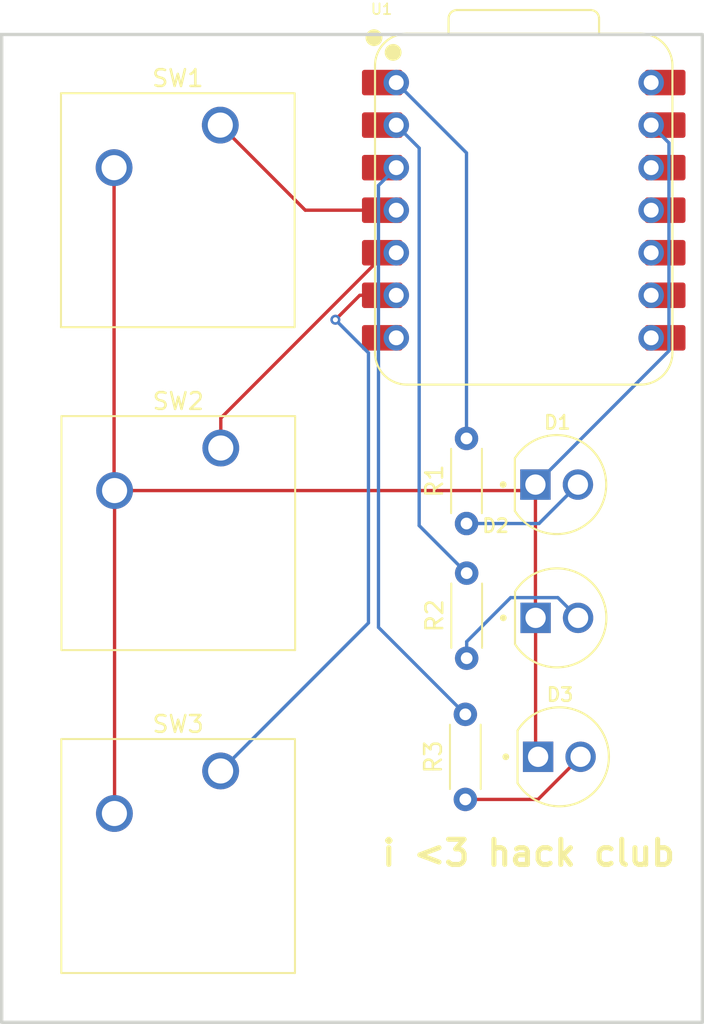
<source format=kicad_pcb>
(kicad_pcb (version 20241229) (generator "pcbnew") (generator_version "9.0")
  (layers (0 "F.Cu" signal) (2 "B.Cu" signal) (13 "F.Paste" user) (15 "B.Paste" user) (5 "F.SilkS" user "F.Silkscreen") (7 "B.SilkS" user "B.Silkscreen") (1 "F.Mask" user) (3 "B.Mask" user) (25 "Edge.Cuts" user))
  (net 0 "")
  (net 1 "Net-(D1-PadA)")
  (net 2 "GND")
  (net 3 "Net-(D2-PadA)")
  (net 4 "Net-(D3-PadA)")
  (net 5 "LED1")
  (net 6 "LED2")
  (net 7 "LED3")
  (net 8 "SW1")
  (net 9 "SW2")
  (net 10 "SW3")
  (footprint "L08R5000Q1:LEDRD254W57D500H1070" (layer "F.Cu") (at 117.53 142.822894)
    (property "Reference" "D1" (at 0.04 -3.708 0) (layer "F.SilkS") (effects (font (size 0.8 0.8))))
    (property "Value" "L08R5000Q1" (hide yes))
    (fp_line (start -2.5 -1.566) (end -2.5 1.566) (stroke (width 0.127)) (layer "F.SilkS"))
    (fp_arc (start -2.5 -1.566) (mid 2.961291 0) (end -2.5 1.566) (stroke (width 0.127)) (layer "F.SilkS"))
    (fp_circle (center -3.2 0) (end -3.1 0) (stroke (width 0.2)) (fill no) (layer "F.SilkS"))
    (pad "A" thru_hole circle (at 1.27 0) (size 1.815 1.815) (drill 1.21) (layers "*.Cu" "*.Mask") (net 1 "Net-(D1-PadA)"))
    (pad "C" thru_hole rect (at -1.27 0) (size 1.815 1.815) (drill 1.21) (layers "*.Cu" "*.Mask") (net 2 "GND"))
  )
  (footprint "L08R5000Q1:LEDRD254W57D500H1070" (layer "F.Cu") (at 117.54 150.78)
    (property "Reference" "D2" (at -3.66 -5.5 0) (layer "F.SilkS") (effects (font (size 0.8 0.8))))
    (property "Value" "L08R5000Q1" (hide yes))
    (fp_line (start -2.5 -1.566) (end -2.5 1.566) (stroke (width 0.127)) (layer "F.SilkS"))
    (fp_arc (start -2.5 -1.566) (mid 2.961291 0) (end -2.5 1.566) (stroke (width 0.127)) (layer "F.SilkS"))
    (fp_circle (center -3.2 0) (end -3.1 0) (stroke (width 0.2)) (fill no) (layer "F.SilkS"))
    (pad "A" thru_hole circle (at 1.27 0) (size 1.815 1.815) (drill 1.21) (layers "*.Cu" "*.Mask") (net 3 "Net-(D2-PadA)"))
    (pad "C" thru_hole rect (at -1.27 0) (size 1.815 1.815) (drill 1.21) (layers "*.Cu" "*.Mask") (net 2 "GND"))
  )
  (footprint "Button_Switch_Keyboard:SW_Cherry_MX_1.00u_PCB" (layer "F.Cu") (at 97.44 159.92)
    (property "Reference" "SW3" (at -2.54 -2.794 0) (layer "F.SilkS"))
    (property "Value" "SW_Push")
    (fp_line (start -9.525 -1.905) (end 4.445 -1.905) (stroke (width 0.12)) (layer "F.SilkS"))
    (fp_line (start -9.525 12.065) (end -9.525 -1.905) (stroke (width 0.12)) (layer "F.SilkS"))
    (fp_line (start 4.445 -1.905) (end 4.445 12.065) (stroke (width 0.12)) (layer "F.SilkS"))
    (fp_line (start 4.445 12.065) (end -9.525 12.065) (stroke (width 0.12)) (layer "F.SilkS"))
    (pad "" np_thru_hole circle (at -7.62 5.08) (size 1.7 1.7) (drill 1.7) (layers "*.Cu" "*.Mask"))
    (pad "" np_thru_hole circle (at -2.54 5.08) (size 4 4) (drill 4) (layers "*.Cu" "*.Mask"))
    (pad "" np_thru_hole circle (at 2.54 5.08) (size 1.7 1.7) (drill 1.7) (layers "*.Cu" "*.Mask"))
    (pad "1" thru_hole circle (at 0 0) (size 2.2 2.2) (drill 1.5) (layers "*.Cu" "*.Mask") (net 10 "SW3"))
    (pad "2" thru_hole circle (at -6.35 2.54) (size 2.2 2.2) (drill 1.5) (layers "*.Cu" "*.Mask") (net 2 "GND"))
  )
  (footprint "Resistor_THT:R_Axial_DIN0204_L3.6mm_D1.6mm_P5.08mm_Horizontal" (layer "F.Cu") (at 112.07 161.62 90)
    (property "Reference" "R3" (at 2.54 -1.92 90) (layer "F.SilkS"))
    (property "Value" "R")
    (fp_line (start 0.62 -0.92) (end 4.46 -0.92) (stroke (width 0.12)) (layer "F.SilkS"))
    (fp_line (start 0.62 0.92) (end 4.46 0.92) (stroke (width 0.12)) (layer "F.SilkS"))
    (pad "1" thru_hole circle (at 0 0 90) (size 1.4 1.4) (drill 0.7) (layers "*.Cu" "*.Mask") (net 4 "Net-(D3-PadA)"))
    (pad "2" thru_hole circle (at 5.08 0 90) (size 1.4 1.4) (drill 0.7) (layers "*.Cu" "*.Mask") (net 7 "LED3"))
  )
  (footprint "Resistor_THT:R_Axial_DIN0204_L3.6mm_D1.6mm_P5.08mm_Horizontal" (layer "F.Cu") (at 112.15 153.19 90)
    (property "Reference" "R2" (at 2.54 -1.92 90) (layer "F.SilkS"))
    (property "Value" "R")
    (fp_line (start 0.62 -0.92) (end 4.46 -0.92) (stroke (width 0.12)) (layer "F.SilkS"))
    (fp_line (start 0.62 0.92) (end 4.46 0.92) (stroke (width 0.12)) (layer "F.SilkS"))
    (pad "1" thru_hole circle (at 0 0 90) (size 1.4 1.4) (drill 0.7) (layers "*.Cu" "*.Mask") (net 3 "Net-(D2-PadA)"))
    (pad "2" thru_hole circle (at 5.08 0 90) (size 1.4 1.4) (drill 0.7) (layers "*.Cu" "*.Mask") (net 6 "LED2"))
  )
  (footprint "L08R5000Q1:LEDRD254W57D500H1070" (layer "F.Cu") (at 117.69 159.075106)
    (property "Reference" "D3" (at 0.04 -3.708 0) (layer "F.SilkS") (effects (font (size 0.8 0.8))))
    (property "Value" "L08R5000Q1" (hide yes))
    (fp_line (start -2.5 -1.566) (end -2.5 1.566) (stroke (width 0.127)) (layer "F.SilkS"))
    (fp_arc (start -2.5 -1.566) (mid 2.961291 0) (end -2.5 1.566) (stroke (width 0.127)) (layer "F.SilkS"))
    (fp_circle (center -3.2 0) (end -3.1 0) (stroke (width 0.2)) (fill no) (layer "F.SilkS"))
    (pad "A" thru_hole circle (at 1.27 0) (size 1.815 1.815) (drill 1.21) (layers "*.Cu" "*.Mask") (net 4 "Net-(D3-PadA)"))
    (pad "C" thru_hole rect (at -1.27 0) (size 1.815 1.815) (drill 1.21) (layers "*.Cu" "*.Mask") (net 2 "GND"))
  )
  (footprint "Button_Switch_Keyboard:SW_Cherry_MX_1.00u_PCB" (layer "F.Cu") (at 97.42 121.36)
    (property "Reference" "SW1" (at -2.54 -2.794 0) (layer "F.SilkS"))
    (property "Value" "SW_Push")
    (fp_line (start -9.525 -1.905) (end 4.445 -1.905) (stroke (width 0.12)) (layer "F.SilkS"))
    (fp_line (start -9.525 12.065) (end -9.525 -1.905) (stroke (width 0.12)) (layer "F.SilkS"))
    (fp_line (start 4.445 -1.905) (end 4.445 12.065) (stroke (width 0.12)) (layer "F.SilkS"))
    (fp_line (start 4.445 12.065) (end -9.525 12.065) (stroke (width 0.12)) (layer "F.SilkS"))
    (pad "" np_thru_hole circle (at -7.62 5.08) (size 1.7 1.7) (drill 1.7) (layers "*.Cu" "*.Mask"))
    (pad "" np_thru_hole circle (at -2.54 5.08) (size 4 4) (drill 4) (layers "*.Cu" "*.Mask"))
    (pad "" np_thru_hole circle (at 2.54 5.08) (size 1.7 1.7) (drill 1.7) (layers "*.Cu" "*.Mask"))
    (pad "1" thru_hole circle (at 0 0) (size 2.2 2.2) (drill 1.5) (layers "*.Cu" "*.Mask") (net 8 "SW1"))
    (pad "2" thru_hole circle (at -6.35 2.54) (size 2.2 2.2) (drill 1.5) (layers "*.Cu" "*.Mask") (net 2 "GND"))
  )
  (footprint "Resistor_THT:R_Axial_DIN0204_L3.6mm_D1.6mm_P5.08mm_Horizontal" (layer "F.Cu") (at 112.14 145.148 90)
    (property "Reference" "R1" (at 2.54 -1.92 90) (layer "F.SilkS"))
    (property "Value" "R")
    (fp_line (start 0.62 -0.92) (end 4.46 -0.92) (stroke (width 0.12)) (layer "F.SilkS"))
    (fp_line (start 0.62 0.92) (end 4.46 0.92) (stroke (width 0.12)) (layer "F.SilkS"))
    (pad "1" thru_hole circle (at 0 0 90) (size 1.4 1.4) (drill 0.7) (layers "*.Cu" "*.Mask") (net 1 "Net-(D1-PadA)"))
    (pad "2" thru_hole circle (at 5.08 0 90) (size 1.4 1.4) (drill 0.7) (layers "*.Cu" "*.Mask") (net 5 "LED1"))
  )
  (footprint "OPL:XIAO-RP2040-DIP" (layer "F.Cu") (at 115.56 126.44)
    (property "Reference" "U1" (at -8.5 -12 0) (layer "F.SilkS") (effects (font (size 0.635 0.635) (thickness 0.1016))))
    (property "Value" "XIAO-RP2040-DIP")
    (fp_line (start -8.89 8.509) (end -8.89 -8.636) (stroke (width 0.127)) (layer "F.SilkS"))
    (fp_line (start -6.985 10.414) (end 6.985 10.414) (stroke (width 0.127)) (layer "F.SilkS"))
    (fp_line (start -4.495 -10.541) (end -4.491272 -11.451272) (stroke (width 0.127)) (layer "F.SilkS"))
    (fp_line (start -3.991272 -11.951) (end 4.004 -11.951) (stroke (width 0.127)) (layer "F.SilkS"))
    (fp_line (start 4.504 -11.451) (end 4.504 -10.541) (stroke (width 0.127)) (layer "F.SilkS"))
    (fp_line (start 6.985 -10.541) (end -6.985 -10.541) (stroke (width 0.1)) (layer "F.SilkS"))
    (fp_line (start 6.985 -10.541) (end -6.985 -10.541) (stroke (width 0.127)) (layer "F.SilkS"))
    (fp_line (start 8.89 8.509) (end 8.89 -8.636) (stroke (width 0.127)) (layer "F.SilkS"))
    (fp_arc (start -8.89 -8.636) (mid -8.332038 -9.983038) (end -6.985 -10.541) (stroke (width 0.127)) (layer "F.SilkS"))
    (fp_arc (start -6.985 10.414) (mid -8.332038 9.856038) (end -8.89 8.509) (stroke (width 0.127)) (layer "F.SilkS"))
    (fp_arc (start -4.491272 -11.451272) (mid -4.344728 -11.80464) (end -3.991272 -11.951) (stroke (width 0.127)) (layer "F.SilkS"))
    (fp_arc (start 4.004 -11.951) (mid 4.357553 -11.804553) (end 4.504 -11.451) (stroke (width 0.127)) (layer "F.SilkS"))
    (fp_arc (start 6.985 -10.541) (mid 8.332038 -9.983038) (end 8.89 -8.636) (stroke (width 0.127)) (layer "F.SilkS"))
    (fp_arc (start 8.89 8.509) (mid 8.332038 9.856038) (end 6.985 10.414) (stroke (width 0.127)) (layer "F.SilkS"))
    (fp_circle (center -8.95 -10.3) (end -8.95 -10.554) (stroke (width 0.5)) (fill yes) (layer "F.SilkS"))
    (fp_circle (center -7.807 -9.42) (end -7.807 -9.674) (stroke (width 0.5)) (fill yes) (layer "F.SilkS"))
    (pad "1" smd roundrect (at -8.455 -7.62 180) (size 2.432 1.524) (layers "F.Cu" "F.Mask") (roundrect_rratio 0.1) (net 5 "LED1"))
    (pad "1" thru_hole circle (at -7.62 -7.62 180) (size 1.524 1.524) (drill 0.889) (layers "*.Cu" "*.Mask") (net 5 "LED1"))
    (pad "2" smd roundrect (at -8.455 -5.08 180) (size 2.432 1.524) (layers "F.Cu" "F.Mask") (roundrect_rratio 0.1) (net 6 "LED2"))
    (pad "2" thru_hole circle (at -7.62 -5.08 180) (size 1.524 1.524) (drill 0.889) (layers "*.Cu" "*.Mask") (net 6 "LED2"))
    (pad "3" smd roundrect (at -8.455 -2.54 180) (size 2.432 1.524) (layers "F.Cu" "F.Mask") (roundrect_rratio 0.1) (net 7 "LED3"))
    (pad "3" thru_hole circle (at -7.62 -2.54 180) (size 1.524 1.524) (drill 0.889) (layers "*.Cu" "*.Mask") (net 7 "LED3"))
    (pad "4" smd roundrect (at -8.455 0 180) (size 2.432 1.524) (layers "F.Cu" "F.Mask") (roundrect_rratio 0.1) (net 8 "SW1"))
    (pad "4" thru_hole circle (at -7.62 0 180) (size 1.524 1.524) (drill 0.889) (layers "*.Cu" "*.Mask") (net 8 "SW1"))
    (pad "5" smd roundrect (at -8.455 2.54 180) (size 2.432 1.524) (layers "F.Cu" "F.Mask") (roundrect_rratio 0.1) (net 9 "SW2"))
    (pad "5" thru_hole circle (at -7.62 2.54 180) (size 1.524 1.524) (drill 0.889) (layers "*.Cu" "*.Mask") (net 9 "SW2"))
    (pad "6" smd roundrect (at -8.455 5.08 180) (size 2.432 1.524) (layers "F.Cu" "F.Mask") (roundrect_rratio 0.1) (net 10 "SW3"))
    (pad "6" thru_hole circle (at -7.62 5.08 180) (size 1.524 1.524) (drill 0.889) (layers "*.Cu" "*.Mask") (net 10 "SW3"))
    (pad "7" smd roundrect (at -8.455 7.62 180) (size 2.432 1.524) (layers "F.Cu" "F.Mask") (roundrect_rratio 0.1))
    (pad "7" thru_hole circle (at -7.62 7.62 180) (size 1.524 1.524) (drill 0.889) (layers "*.Cu" "*.Mask"))
    (pad "8" thru_hole circle (at 7.62 7.62) (size 1.524 1.524) (drill 0.889) (layers "*.Cu" "*.Mask"))
    (pad "8" smd roundrect (at 8.455 7.62) (size 2.432 1.524) (layers "F.Cu" "F.Mask") (roundrect_rratio 0.1))
    (pad "9" thru_hole circle (at 7.62 5.08) (size 1.524 1.524) (drill 0.889) (layers "*.Cu" "*.Mask"))
    (pad "9" smd roundrect (at 8.455 5.08) (size 2.432 1.524) (layers "F.Cu" "F.Mask") (roundrect_rratio 0.1))
    (pad "10" thru_hole circle (at 7.62 2.54) (size 1.524 1.524) (drill 0.889) (layers "*.Cu" "*.Mask"))
    (pad "10" smd roundrect (at 8.455 2.54) (size 2.432 1.524) (layers "F.Cu" "F.Mask") (roundrect_rratio 0.1))
    (pad "11" thru_hole circle (at 7.62 0) (size 1.524 1.524) (drill 0.889) (layers "*.Cu" "*.Mask"))
    (pad "11" smd roundrect (at 8.455 0) (size 2.432 1.524) (layers "F.Cu" "F.Mask") (roundrect_rratio 0.1))
    (pad "12" thru_hole circle (at 7.62 -2.54) (size 1.524 1.524) (drill 0.889) (layers "*.Cu" "*.Mask"))
    (pad "12" smd roundrect (at 8.455 -2.54) (size 2.432 1.524) (layers "F.Cu" "F.Mask") (roundrect_rratio 0.1))
    (pad "13" thru_hole circle (at 7.62 -5.08) (size 1.524 1.524) (drill 0.889) (layers "*.Cu" "*.Mask") (net 2 "GND"))
    (pad "13" smd roundrect (at 8.455 -5.08) (size 2.432 1.524) (layers "F.Cu" "F.Mask") (roundrect_rratio 0.1) (net 2 "GND"))
    (pad "14" thru_hole circle (at 7.62 -7.62) (size 1.524 1.524) (drill 0.889) (layers "*.Cu" "*.Mask"))
    (pad "14" smd roundrect (at 8.455 -7.62) (size 2.432 1.524) (layers "F.Cu" "F.Mask") (roundrect_rratio 0.1))
  )
  (footprint "Button_Switch_Keyboard:SW_Cherry_MX_1.00u_PCB" (layer "F.Cu") (at 97.45 140.64)
    (property "Reference" "SW2" (at -2.54 -2.794 0) (layer "F.SilkS"))
    (property "Value" "SW_Push")
    (fp_line (start -9.525 -1.905) (end 4.445 -1.905) (stroke (width 0.12)) (layer "F.SilkS"))
    (fp_line (start -9.525 12.065) (end -9.525 -1.905) (stroke (width 0.12)) (layer "F.SilkS"))
    (fp_line (start 4.445 -1.905) (end 4.445 12.065) (stroke (width 0.12)) (layer "F.SilkS"))
    (fp_line (start 4.445 12.065) (end -9.525 12.065) (stroke (width 0.12)) (layer "F.SilkS"))
    (pad "" np_thru_hole circle (at -7.62 5.08) (size 1.7 1.7) (drill 1.7) (layers "*.Cu" "*.Mask"))
    (pad "" np_thru_hole circle (at -2.54 5.08) (size 4 4) (drill 4) (layers "*.Cu" "*.Mask"))
    (pad "" np_thru_hole circle (at 2.54 5.08) (size 1.7 1.7) (drill 1.7) (layers "*.Cu" "*.Mask"))
    (pad "1" thru_hole circle (at 0 0) (size 2.2 2.2) (drill 1.5) (layers "*.Cu" "*.Mask") (net 9 "SW2"))
    (pad "2" thru_hole circle (at -6.35 2.54) (size 2.2 2.2) (drill 1.5) (layers "*.Cu" "*.Mask") (net 2 "GND"))
  )
  (gr_rect (start 84.35 115.95) (end 126.24 174.93) (stroke (width 0.2)) (fill no) (layer "Edge.Cuts"))
  (gr_text "i <3 hack club" (at 106.94 165.7 0) (layer "F.SilkS") (effects (font (size 1.5 1.5) (thickness 0.3) (bold yes)) (justify left bottom)))
  (segment (start 112.14 145.148) (end 116.474894 145.148) (width 0.2) (layer "B.Cu") (net 1))
  (segment (start 116.474894 145.148) (end 118.8 142.822894) (width 0.2) (layer "B.Cu") (net 1))
  (segment (start 91.1 162.45) (end 91.09 162.46) (width 0.2) (layer "F.Cu") (net 2))
  (segment (start 91.07 123.9) (end 91.07 143.15) (width 0.2) (layer "F.Cu") (net 2))
  (segment (start 91.1 143.18) (end 115.902894 143.18) (width 0.2) (layer "F.Cu") (net 2))
  (segment (start 116.26 142.822894) (end 116.26 150.77) (width 0.2) (layer "F.Cu") (net 2))
  (segment (start 116.27 150.78) (end 116.27 158.925106) (width 0.2) (layer "F.Cu") (net 2))
  (segment (start 91.09 143.19) (end 91.1 143.18) (width 0.2) (layer "F.Cu") (net 2))
  (segment (start 91.1 143.18) (end 91.1 162.45) (width 0.2) (layer "F.Cu") (net 2))
  (segment (start 116.27 158.925106) (end 116.42 159.075106) (width 0.2) (layer "F.Cu") (net 2))
  (segment (start 91.07 143.15) (end 91.1 143.18) (width 0.2) (layer "F.Cu") (net 2))
  (segment (start 115.902894 143.18) (end 116.26 142.822894) (width 0.2) (layer "F.Cu") (net 2))
  (segment (start 116.26 150.77) (end 116.27 150.78) (width 0.2) (layer "F.Cu") (net 2))
  (segment (start 124.243 122.423) (end 123.18 121.36) (width 0.2) (layer "B.Cu") (net 2))
  (segment (start 116.26 142.822894) (end 124.243 134.839894) (width 0.2) (layer "B.Cu") (net 2))
  (segment (start 124.243 134.839894) (end 124.243 122.423) (width 0.2) (layer "B.Cu") (net 2))
  (segment (start 117.6015 149.5715) (end 118.81 150.78) (width 0.2) (layer "B.Cu") (net 3))
  (segment (start 114.778551 149.5715) (end 117.6015 149.5715) (width 0.2) (layer "B.Cu") (net 3))
  (segment (start 112.15 152.200051) (end 114.778551 149.5715) (width 0.2) (layer "B.Cu") (net 3))
  (segment (start 112.15 153.19) (end 112.15 152.200051) (width 0.2) (layer "B.Cu") (net 3))
  (segment (start 112.07 161.62) (end 116.415106 161.62) (width 0.2) (layer "F.Cu") (net 4))
  (segment (start 116.415106 161.62) (end 118.96 159.075106) (width 0.2) (layer "F.Cu") (net 4))
  (segment (start 112.14 123.02) (end 112.14 140.068) (width 0.2) (layer "B.Cu") (net 5))
  (segment (start 107.94 118.82) (end 112.14 123.02) (width 0.2) (layer "B.Cu") (net 5))
  (segment (start 109.31 145.27) (end 112.15 148.11) (width 0.2) (layer "B.Cu") (net 6))
  (segment (start 107.94 121.36) (end 109.31 122.73) (width 0.2) (layer "B.Cu") (net 6))
  (segment (start 109.31 122.73) (end 109.31 145.27) (width 0.2) (layer "B.Cu") (net 6))
  (segment (start 107.94 123.9) (end 106.877 124.963) (width 0.2) (layer "B.Cu") (net 7))
  (segment (start 106.877 151.347) (end 112.07 156.54) (width 0.2) (layer "B.Cu") (net 7))
  (segment (start 106.877 124.963) (end 106.877 151.347) (width 0.2) (layer "B.Cu") (net 7))
  (segment (start 102.5 126.44) (end 97.42 121.36) (width 0.2) (layer "F.Cu") (net 8))
  (segment (start 107.94 126.44) (end 102.5 126.44) (width 0.2) (layer "F.Cu") (net 8))
  (segment (start 107.326374 128.98) (end 107.94 128.98) (width 0.2) (layer "F.Cu") (net 9))
  (segment (start 97.45 138.856374) (end 107.326374 128.98) (width 0.2) (layer "F.Cu") (net 9))
  (segment (start 97.45 140.64) (end 97.45 138.856374) (width 0.2) (layer "F.Cu") (net 9))
  (segment (start 104.3 132.98) (end 105.76 131.52) (width 0.2) (layer "F.Cu") (net 10))
  (segment (start 105.76 131.52) (end 107.94 131.52) (width 0.2) (layer "F.Cu") (net 10))
  (via (at 104.3 132.98) (size 0.6) (drill 0.3) (layers "F.Cu" "B.Cu") (net 10))
  (segment (start 97.44 159.92) (end 106.277 151.083) (width 0.2) (layer "B.Cu") (net 10))
  (segment (start 106.277 134.957) (end 104.3 132.98) (width 0.2) (layer "B.Cu") (net 10))
  (segment (start 106.277 151.083) (end 106.277 134.957) (width 0.2) (layer "B.Cu") (net 10))
)
</source>
